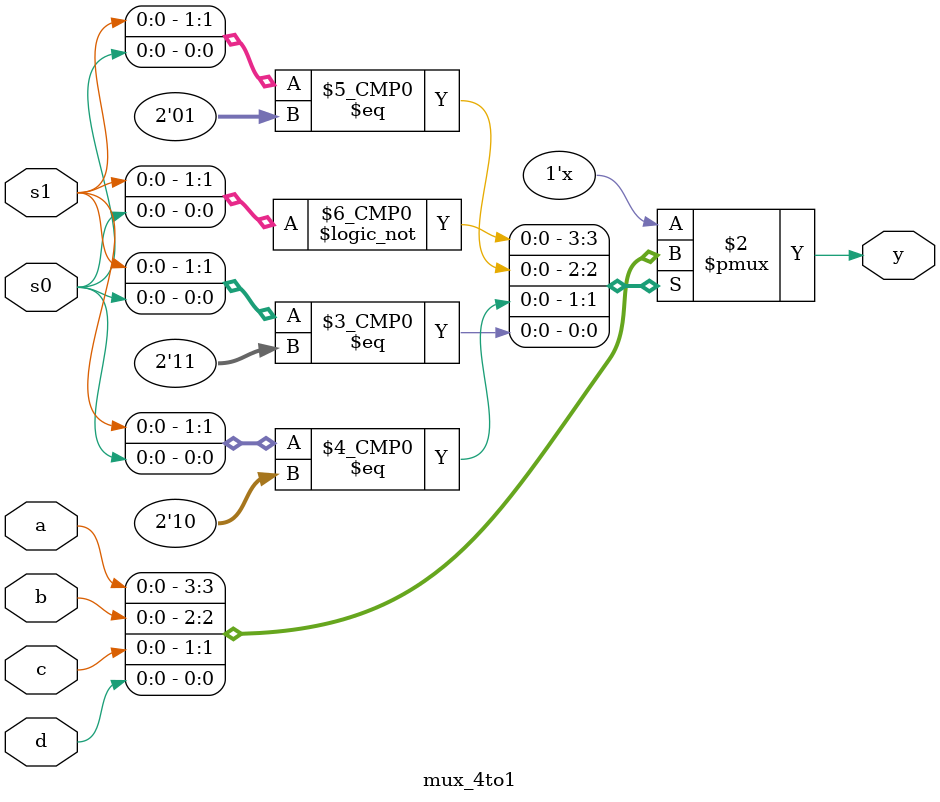
<source format=v>
module mux_4to1 (
    input a,
    input b,
    input c,
    input d,
    input s1,
    input s0,
    output reg y
);
always @(*) begin
    case ({s1, s0})
        2'b00: y = a;
        2'b01: y = b;
        2'b10: y = c;
        2'b11: y = d;
        default: y = 1'b0;
    endcase
end
endmodule

</source>
